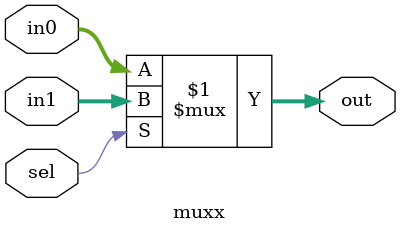
<source format=v>
module muxx
(

	input [2:0]in1, in0,
	input sel,
	output [2:0]out

);

assign out = sel?in1:in0;



endmodule 
</source>
